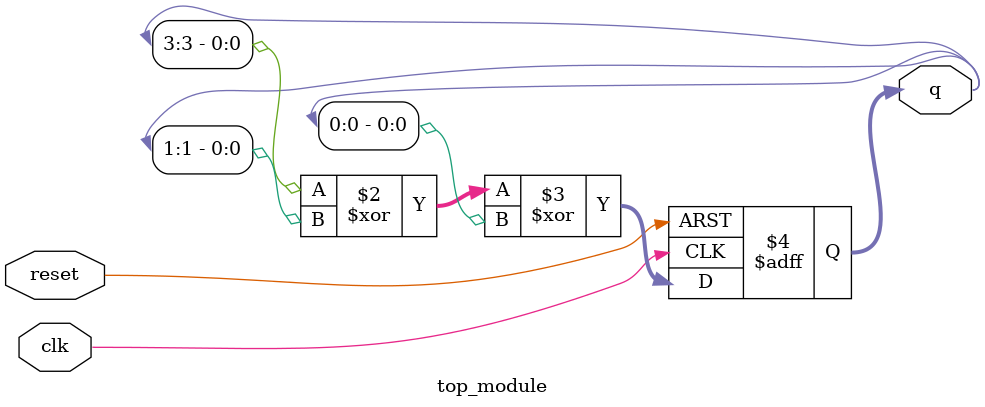
<source format=sv>
module top_module(
	input clk,
	input reset,
	output reg [4:0] q);

	always @(posedge clk or posedge reset) begin
		if (reset)
			q <= 1;
		else
			q <= q[3] ^ q[1] ^ q[0];
	end
	
endmodule

</source>
